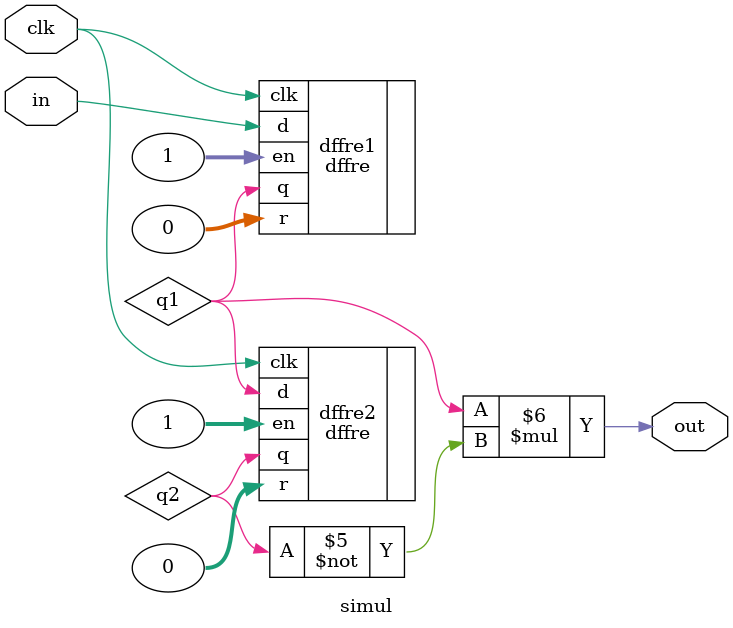
<source format=v>
module simul(clk,in,out);
	input clk,in;
	output out;
	wire q1, q2;
	dffre dffre1 (.d(in), .en(1), .r(0), .clk(clk), .q(q1));
	dffre dffre2 (.d(q1), .en(1), .r(0), .clk(clk), .q(q2));
	assign out = q1*(~q2);
endmodule
</source>
